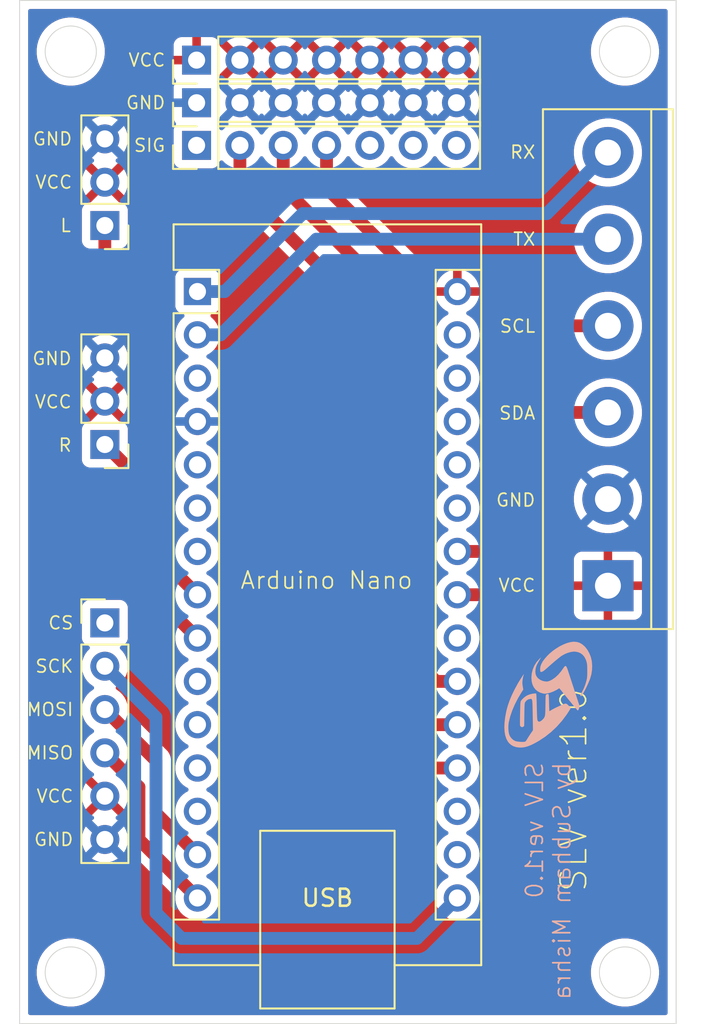
<source format=kicad_pcb>
(kicad_pcb (version 20241229) (generator "pcbnew") (generator_version "9.0")
  (layers (0 "F.Cu" signal) (2 "B.Cu" signal) (13 "F.Paste" user) (15 "B.Paste" user) (5 "F.SilkS" user "F.Silkscreen") (7 "B.SilkS" user "B.Silkscreen") (1 "F.Mask" user) (3 "B.Mask" user) (25 "Edge.Cuts" user))
  (net 0 "")
  (net 2 "CH2")
  (net 3 "MISO")
  (net 5 "ESC R")
  (net 6 "GND")
  (net 9 "SCL")
  (net 15 "SCK")
  (net 20 "ESC L")
  (net 21 "VCC")
  (net 22 "MOSI")
  (net 24 "SDA")
  (net 27 "CH4")
  (net 28 "CH3")
  (net 29 "CS")
  (net 34 "TX")
  (net 35 "RX")
  (footprint "Connector_PinHeader_2.54mm:PinHeader_1x07_P2.54mm_Vertical" (layer "F.Cu") (at 136.38 73 90)
    (property "Reference" "J5" (hide yes))
    (property "Value" "VCC Line")
    (fp_line (start -1.38 -1.38) (end 0 -1.38) (stroke (width 0.12)) (layer "F.SilkS"))
    (fp_line (start -1.38 0) (end -1.38 -1.38) (stroke (width 0.12)) (layer "F.SilkS"))
    (fp_line (start 1.38 1.27) (end 1.38 16.62) (stroke (width 0.12)) (layer "F.SilkS"))
    (fp_line (start -1.38 1.27) (end 1.38 1.27) (stroke (width 0.12)) (layer "F.SilkS"))
    (fp_line (start -1.38 1.27) (end -1.38 16.62) (stroke (width 0.12)) (layer "F.SilkS"))
    (fp_line (start -1.38 16.62) (end 1.38 16.62) (stroke (width 0.12)) (layer "F.SilkS"))
    (pad "1" thru_hole rect (at 0 0 90) (size 1.7 1.7) (drill 1) (layers "*.Cu" "*.Mask") (net 21 "VCC"))
    (pad "2" thru_hole circle (at 0 2.54 90) (size 1.7 1.7) (drill 1) (layers "*.Cu" "*.Mask") (net 21 "VCC"))
    (pad "3" thru_hole circle (at 0 5.08 90) (size 1.7 1.7) (drill 1) (layers "*.Cu" "*.Mask") (net 21 "VCC"))
    (pad "4" thru_hole circle (at 0 7.62 90) (size 1.7 1.7) (drill 1) (layers "*.Cu" "*.Mask") (net 21 "VCC"))
    (pad "5" thru_hole circle (at 0 10.16 90) (size 1.7 1.7) (drill 1) (layers "*.Cu" "*.Mask") (net 21 "VCC"))
    (pad "6" thru_hole circle (at 0 12.7 90) (size 1.7 1.7) (drill 1) (layers "*.Cu" "*.Mask") (net 21 "VCC"))
    (pad "7" thru_hole circle (at 0 15.24 90) (size 1.7 1.7) (drill 1) (layers "*.Cu" "*.Mask") (net 21 "VCC"))
  )
  (footprint "Module:Arduino_Nano" (layer "F.Cu") (at 136.43 86.57)
    (property "Reference" "A1" (hide yes))
    (property "Value" "Arduino_Nano_v3.x")
    (fp_line (start -1.4 -3.94) (end -1.4 -1.27) (stroke (width 0.12)) (layer "F.SilkS"))
    (fp_line (start -1.4 1.27) (end -1.4 39.5) (stroke (width 0.12)) (layer "F.SilkS"))
    (fp_line (start -1.4 39.5) (end 3.68 39.5) (stroke (width 0.12)) (layer "F.SilkS"))
    (fp_line (start 1.27 -1.27) (end -1.4 -1.27) (stroke (width 0.12)) (layer "F.SilkS"))
    (fp_line (start 1.27 1.27) (end -1.4 1.27) (stroke (width 0.12)) (layer "F.SilkS"))
    (fp_line (start 1.27 1.27) (end 1.27 -1.27) (stroke (width 0.12)) (layer "F.SilkS"))
    (fp_line (start 1.27 1.27) (end 1.27 36.83) (stroke (width 0.12)) (layer "F.SilkS"))
    (fp_line (start 1.27 36.83) (end -1.4 36.83) (stroke (width 0.12)) (layer "F.SilkS"))
    (fp_line (start 3.68 31.62) (end 11.56 31.62) (stroke (width 0.12)) (layer "F.SilkS"))
    (fp_line (start 3.68 42.04) (end 3.68 31.62) (stroke (width 0.12)) (layer "F.SilkS"))
    (fp_line (start 11.56 31.62) (end 11.56 42.04) (stroke (width 0.12)) (layer "F.SilkS"))
    (fp_line (start 11.56 42.04) (end 3.68 42.04) (stroke (width 0.12)) (layer "F.SilkS"))
    (fp_line (start 13.97 -1.27) (end 13.97 36.83) (stroke (width 0.12)) (layer "F.SilkS"))
    (fp_line (start 13.97 -1.27) (end 16.64 -1.27) (stroke (width 0.12)) (layer "F.SilkS"))
    (fp_line (start 13.97 36.83) (end 16.64 36.83) (stroke (width 0.12)) (layer "F.SilkS"))
    (fp_line (start 16.64 -3.94) (end -1.4 -3.94) (stroke (width 0.12)) (layer "F.SilkS"))
    (fp_line (start 16.64 39.5) (end 11.56 39.5) (stroke (width 0.12)) (layer "F.SilkS"))
    (fp_line (start 16.64 39.5) (end 16.64 -3.94) (stroke (width 0.12)) (layer "F.SilkS"))
    (fp_text user "USB" (at 7.62 35.56 0) (layer "F.SilkS"))
    (pad "1" thru_hole rect (at 0 0) (size 1.6 1.6) (drill 1) (layers "*.Cu" "*.Mask") (net 35 "RX"))
    (pad "2" thru_hole oval (at 0 2.54) (size 1.6 1.6) (drill 1) (layers "*.Cu" "*.Mask") (net 34 "TX"))
    (pad "3" thru_hole oval (at 0 5.08) (size 1.6 1.6) (drill 1) (layers "*.Cu" "*.Mask"))
    (pad "4" thru_hole oval (at 0 7.62) (size 1.6 1.6) (drill 1) (layers "*.Cu" "*.Mask") (net 6 "GND"))
    (pad "5" thru_hole oval (at 0 10.16) (size 1.6 1.6) (drill 1) (layers "*.Cu" "*.Mask"))
    (pad "6" thru_hole oval (at 0 12.7) (size 1.6 1.6) (drill 1) (layers "*.Cu" "*.Mask"))
    (pad "7" thru_hole oval (at 0 15.24) (size 1.6 1.6) (drill 1) (layers "*.Cu" "*.Mask"))
    (pad "8" thru_hole oval (at 0 17.78) (size 1.6 1.6) (drill 1) (layers "*.Cu" "*.Mask") (net 20 "ESC L"))
    (pad "9" thru_hole oval (at 0 20.32) (size 1.6 1.6) (drill 1) (layers "*.Cu" "*.Mask") (net 5 "ESC R"))
    (pad "10" thru_hole oval (at 0 22.86) (size 1.6 1.6) (drill 1) (layers "*.Cu" "*.Mask"))
    (pad "11" thru_hole oval (at 0 25.4) (size 1.6 1.6) (drill 1) (layers "*.Cu" "*.Mask"))
    (pad "12" thru_hole oval (at 0 27.94) (size 1.6 1.6) (drill 1) (layers "*.Cu" "*.Mask"))
    (pad "13" thru_hole oval (at 0 30.48) (size 1.6 1.6) (drill 1) (layers "*.Cu" "*.Mask"))
    (pad "14" thru_hole oval (at 0 33.02) (size 1.6 1.6) (drill 1) (layers "*.Cu" "*.Mask") (net 22 "MOSI"))
    (pad "15" thru_hole oval (at 0 35.56) (size 1.6 1.6) (drill 1) (layers "*.Cu" "*.Mask") (net 3 "MISO"))
    (pad "16" thru_hole oval (at 15.24 35.56) (size 1.6 1.6) (drill 1) (layers "*.Cu" "*.Mask") (net 15 "SCK"))
    (pad "17" thru_hole oval (at 15.24 33.02) (size 1.6 1.6) (drill 1) (layers "*.Cu" "*.Mask"))
    (pad "18" thru_hole oval (at 15.24 30.48) (size 1.6 1.6) (drill 1) (layers "*.Cu" "*.Mask"))
    (pad "19" thru_hole oval (at 15.24 27.94) (size 1.6 1.6) (drill 1) (layers "*.Cu" "*.Mask") (net 2 "CH2"))
    (pad "20" thru_hole oval (at 15.24 25.4) (size 1.6 1.6) (drill 1) (layers "*.Cu" "*.Mask") (net 28 "CH3"))
    (pad "21" thru_hole oval (at 15.24 22.86) (size 1.6 1.6) (drill 1) (layers "*.Cu" "*.Mask") (net 27 "CH4"))
    (pad "22" thru_hole oval (at 15.24 20.32) (size 1.6 1.6) (drill 1) (layers "*.Cu" "*.Mask"))
    (pad "23" thru_hole oval (at 15.24 17.78) (size 1.6 1.6) (drill 1) (layers "*.Cu" "*.Mask") (net 24 "SDA"))
    (pad "24" thru_hole oval (at 15.24 15.24) (size 1.6 1.6) (drill 1) (layers "*.Cu" "*.Mask") (net 9 "SCL"))
    (pad "25" thru_hole oval (at 15.24 12.7) (size 1.6 1.6) (drill 1) (layers "*.Cu" "*.Mask"))
    (pad "26" thru_hole oval (at 15.24 10.16) (size 1.6 1.6) (drill 1) (layers "*.Cu" "*.Mask"))
    (pad "27" thru_hole oval (at 15.24 7.62) (size 1.6 1.6) (drill 1) (layers "*.Cu" "*.Mask"))
    (pad "28" thru_hole oval (at 15.24 5.08) (size 1.6 1.6) (drill 1) (layers "*.Cu" "*.Mask"))
    (pad "29" thru_hole oval (at 15.24 2.54) (size 1.6 1.6) (drill 1) (layers "*.Cu" "*.Mask"))
    (pad "30" thru_hole oval (at 15.24 0) (size 1.6 1.6) (drill 1) (layers "*.Cu" "*.Mask") (net 21 "VCC"))
  )
  (footprint "Connector_PinHeader_2.54mm:PinHeader_1x06_P2.54mm_Vertical" (layer "F.Cu") (at 131 106)
    (property "Reference" "J2" (hide yes))
    (property "Value" "SD Card Reader")
    (fp_line (start -1.38 -1.38) (end 0 -1.38) (stroke (width 0.12)) (layer "F.SilkS"))
    (fp_line (start -1.38 0) (end -1.38 -1.38) (stroke (width 0.12)) (layer "F.SilkS"))
    (fp_line (start -1.38 1.27) (end -1.38 14.08) (stroke (width 0.12)) (layer "F.SilkS"))
    (fp_line (start -1.38 1.27) (end 1.38 1.27) (stroke (width 0.12)) (layer "F.SilkS"))
    (fp_line (start -1.38 14.08) (end 1.38 14.08) (stroke (width 0.12)) (layer "F.SilkS"))
    (fp_line (start 1.38 1.27) (end 1.38 14.08) (stroke (width 0.12)) (layer "F.SilkS"))
    (pad "1" thru_hole rect (at 0 0) (size 1.7 1.7) (drill 1) (layers "*.Cu" "*.Mask") (net 29 "CS"))
    (pad "2" thru_hole circle (at 0 2.54) (size 1.7 1.7) (drill 1) (layers "*.Cu" "*.Mask") (net 15 "SCK"))
    (pad "3" thru_hole circle (at 0 5.08) (size 1.7 1.7) (drill 1) (layers "*.Cu" "*.Mask") (net 22 "MOSI"))
    (pad "4" thru_hole circle (at 0 7.62) (size 1.7 1.7) (drill 1) (layers "*.Cu" "*.Mask") (net 3 "MISO"))
    (pad "5" thru_hole circle (at 0 10.16) (size 1.7 1.7) (drill 1) (layers "*.Cu" "*.Mask") (net 21 "VCC"))
    (pad "6" thru_hole circle (at 0 12.7) (size 1.7 1.7) (drill 1) (layers "*.Cu" "*.Mask") (net 6 "GND"))
  )
  (footprint "Connector_PinHeader_2.54mm:PinHeader_1x03_P2.54mm_Vertical" (layer "F.Cu") (at 131 95.54 180)
    (property "Reference" "J4" (hide yes))
    (property "Value" "ESC right")
    (fp_line (start 1.38 1.27) (end 1.38 6.46) (stroke (width 0.12)) (layer "F.SilkS"))
    (fp_line (start -1.38 6.46) (end 1.38 6.46) (stroke (width 0.12)) (layer "F.SilkS"))
    (fp_line (start -1.38 1.27) (end 1.38 1.27) (stroke (width 0.12)) (layer "F.SilkS"))
    (fp_line (start -1.38 1.27) (end -1.38 6.46) (stroke (width 0.12)) (layer "F.SilkS"))
    (fp_line (start -1.38 0) (end -1.38 -1.38) (stroke (width 0.12)) (layer "F.SilkS"))
    (fp_line (start -1.38 -1.38) (end 0 -1.38) (stroke (width 0.12)) (layer "F.SilkS"))
    (pad "1" thru_hole rect (at 0 0 180) (size 1.7 1.7) (drill 1) (layers "*.Cu" "*.Mask") (net 5 "ESC R"))
    (pad "2" thru_hole circle (at 0 2.54 180) (size 1.7 1.7) (drill 1) (layers "*.Cu" "*.Mask") (net 21 "VCC"))
    (pad "3" thru_hole circle (at 0 5.08 180) (size 1.7 1.7) (drill 1) (layers "*.Cu" "*.Mask") (net 6 "GND"))
  )
  (footprint "Connector_PinHeader_2.54mm:PinHeader_1x03_P2.54mm_Vertical" (layer "F.Cu") (at 131 82.7 180)
    (property "Reference" "J3" (hide yes))
    (property "Value" "ESC left")
    (fp_line (start 1.38 1.27) (end 1.38 6.46) (stroke (width 0.12)) (layer "F.SilkS"))
    (fp_line (start -1.38 6.46) (end 1.38 6.46) (stroke (width 0.12)) (layer "F.SilkS"))
    (fp_line (start -1.38 1.27) (end 1.38 1.27) (stroke (width 0.12)) (layer "F.SilkS"))
    (fp_line (start -1.38 1.27) (end -1.38 6.46) (stroke (width 0.12)) (layer "F.SilkS"))
    (fp_line (start -1.38 0) (end -1.38 -1.38) (stroke (width 0.12)) (layer "F.SilkS"))
    (fp_line (start -1.38 -1.38) (end 0 -1.38) (stroke (width 0.12)) (layer "F.SilkS"))
    (pad "1" thru_hole rect (at 0 0 180) (size 1.7 1.7) (drill 1) (layers "*.Cu" "*.Mask") (net 20 "ESC L"))
    (pad "2" thru_hole circle (at 0 2.54 180) (size 1.7 1.7) (drill 1) (layers "*.Cu" "*.Mask") (net 21 "VCC"))
    (pad "3" thru_hole circle (at 0 5.08 180) (size 1.7 1.7) (drill 1) (layers "*.Cu" "*.Mask") (net 6 "GND"))
  )
  (footprint "Connector_PinHeader_2.54mm:PinHeader_1x07_P2.54mm_Vertical" (layer "F.Cu") (at 136.38 78 90)
    (property "Reference" "J7" (hide yes))
    (property "Value" "SIG Line")
    (fp_line (start -1.38 -1.38) (end 0 -1.38) (stroke (width 0.12)) (layer "F.SilkS"))
    (fp_line (start -1.38 0) (end -1.38 -1.38) (stroke (width 0.12)) (layer "F.SilkS"))
    (fp_line (start 1.38 1.27) (end 1.38 16.62) (stroke (width 0.12)) (layer "F.SilkS"))
    (fp_line (start -1.38 1.27) (end 1.38 1.27) (stroke (width 0.12)) (layer "F.SilkS"))
    (fp_line (start -1.38 1.27) (end -1.38 16.62) (stroke (width 0.12)) (layer "F.SilkS"))
    (fp_line (start -1.38 16.62) (end 1.38 16.62) (stroke (width 0.12)) (layer "F.SilkS"))
    (pad "1" thru_hole rect (at 0 0 90) (size 1.7 1.7) (drill 1) (layers "*.Cu" "*.Mask"))
    (pad "2" thru_hole circle (at 0 2.54 90) (size 1.7 1.7) (drill 1) (layers "*.Cu" "*.Mask") (net 2 "CH2"))
    (pad "3" thru_hole circle (at 0 5.08 90) (size 1.7 1.7) (drill 1) (layers "*.Cu" "*.Mask") (net 28 "CH3"))
    (pad "4" thru_hole circle (at 0 7.62 90) (size 1.7 1.7) (drill 1) (layers "*.Cu" "*.Mask") (net 27 "CH4"))
    (pad "5" thru_hole circle (at 0 10.16 90) (size 1.7 1.7) (drill 1) (layers "*.Cu" "*.Mask"))
    (pad "6" thru_hole circle (at 0 12.7 90) (size 1.7 1.7) (drill 1) (layers "*.Cu" "*.Mask"))
    (pad "7" thru_hole circle (at 0 15.24 90) (size 1.7 1.7) (drill 1) (layers "*.Cu" "*.Mask"))
  )
  (footprint "Connector_PinHeader_2.54mm:PinHeader_1x07_P2.54mm_Vertical" (layer "F.Cu") (at 136.38 75.5 90)
    (property "Reference" "J6" (hide yes))
    (property "Value" "GND Line")
    (fp_line (start -1.38 -1.38) (end 0 -1.38) (stroke (width 0.12)) (layer "F.SilkS"))
    (fp_line (start -1.38 0) (end -1.38 -1.38) (stroke (width 0.12)) (layer "F.SilkS"))
    (fp_line (start 1.38 1.27) (end 1.38 16.62) (stroke (width 0.12)) (layer "F.SilkS"))
    (fp_line (start -1.38 1.27) (end 1.38 1.27) (stroke (width 0.12)) (layer "F.SilkS"))
    (fp_line (start -1.38 1.27) (end -1.38 16.62) (stroke (width 0.12)) (layer "F.SilkS"))
    (fp_line (start -1.38 16.62) (end 1.38 16.62) (stroke (width 0.12)) (layer "F.SilkS"))
    (pad "1" thru_hole rect (at 0 0 90) (size 1.7 1.7) (drill 1) (layers "*.Cu" "*.Mask") (net 6 "GND"))
    (pad "2" thru_hole circle (at 0 2.54 90) (size 1.7 1.7) (drill 1) (layers "*.Cu" "*.Mask") (net 6 "GND"))
    (pad "3" thru_hole circle (at 0 5.08 90) (size 1.7 1.7) (drill 1) (layers "*.Cu" "*.Mask") (net 6 "GND"))
    (pad "4" thru_hole circle (at 0 7.62 90) (size 1.7 1.7) (drill 1) (layers "*.Cu" "*.Mask") (net 6 "GND"))
    (pad "5" thru_hole circle (at 0 10.16 90) (size 1.7 1.7) (drill 1) (layers "*.Cu" "*.Mask") (net 6 "GND"))
    (pad "6" thru_hole circle (at 0 12.7 90) (size 1.7 1.7) (drill 1) (layers "*.Cu" "*.Mask") (net 6 "GND"))
    (pad "7" thru_hole circle (at 0 15.24 90) (size 1.7 1.7) (drill 1) (layers "*.Cu" "*.Mask") (net 6 "GND"))
  )
  (footprint "TerminalBlock:TerminalBlock_bornier-6_P5.08mm" (layer "F.Cu") (at 160.5 103.82 90)
    (property "Reference" "J1" (hide yes))
    (property "Value" "GPS and Compass")
    (fp_line (start -2.54 -3.81) (end 27.94 -3.81) (stroke (width 0.12)) (layer "F.SilkS"))
    (fp_line (start -2.54 -3.81) (end -2.54 3.81) (stroke (width 0.12)) (layer "F.SilkS"))
    (fp_line (start -2.54 2.54) (end 27.94 2.54) (stroke (width 0.12)) (layer "F.SilkS"))
    (fp_line (start 27.94 3.81) (end 27.94 -3.81) (stroke (width 0.12)) (layer "F.SilkS"))
    (fp_line (start -2.54 3.81) (end 27.94 3.81) (stroke (width 0.12)) (layer "F.SilkS"))
    (pad "1" thru_hole rect (at 0 0 90) (size 3 3) (drill 1.52) (layers "*.Cu" "*.Mask") (net 21 "VCC"))
    (pad "2" thru_hole circle (at 5.08 0 90) (size 3 3) (drill 1.52) (layers "*.Cu" "*.Mask") (net 6 "GND"))
    (pad "3" thru_hole circle (at 10.16 0 90) (size 3 3) (drill 1.52) (layers "*.Cu" "*.Mask") (net 24 "SDA"))
    (pad "4" thru_hole circle (at 15.24 0 90) (size 3 3) (drill 1.52) (layers "*.Cu" "*.Mask") (net 9 "SCL"))
    (pad "5" thru_hole circle (at 20.32 0 90) (size 3 3) (drill 1.52) (layers "*.Cu" "*.Mask") (net 34 "TX"))
    (pad "6" thru_hole circle (at 25.4 0 90) (size 3 3) (drill 1.52) (layers "*.Cu" "*.Mask") (net 35 "RX"))
  )
  (footprint "RS Branding:RS Logo (10mm)" (layer "B.Cu") (at 157 110.2 -90)
    (property "Reference" "G***" (hide yes))
    (property "Value" "LOGO" (hide yes))
    (fp_poly (pts (xy -1.456886 0.476004) (xy -1.387084 0.471222) (xy -1.347829 0.462874) (xy -1.329666 0.447433) (xy -1.323787 0.426354) (xy -1.326009 0.38344) (xy -1.345983 0.33193) (xy -1.386549 0.267416) (xy -1.450546 0.185489) (xy -1.540813 0.081737) (xy -1.557949 0.062745) (xy -1.669902 -0.062373) (xy -1.783914 -0.192553) (xy -1.895791 -0.322769) (xy -2.001335 -0.447995) (xy -2.096351 -0.563207) (xy -2.176642 -0.66338) (xy -2.238012 -0.743488) (xy -2.27359 -0.794261) (xy -2.367727 -0.962968) (xy -2.441249 -1.139409) (xy -2.491307 -1.314429) (xy -2.515053 -1.478875) (xy -2.515338 -1.571093) (xy -2.486583 -1.740549) (xy -2.423559 -1.890205) (xy -2.32755 -2.018589) (xy -2.199842 -2.124231) (xy -2.041718 -2.205657) (xy -1.928283 -2.243526) (xy -1.86519 -2.259468) (xy -1.803592 -2.271111) (xy -1.735401 -2.279127) (xy -1.65253 -2.284186) (xy -1.546892 -2.28696) (xy -1.4104 -2.28812) (xy -1.39 -2.288187) (xy -1.249943 -2.288046) (xy -1.141204 -2.286241) (xy -1.055114 -2.282069) (xy -0.983002 -2.274826) (xy -0.916199 -2.263809) (xy -0.846034 -2.248314) (xy -0.82 -2.241933) (xy -0.576536 -2.170993) (xy -0.354913 -2.083349) (xy -0.1518 -1.980035) (xy -0.074505 -1.937984) (xy -0.00868 -1.904646) (xy 0.037005 -1.884276) (xy 0.052019 -1.88) (xy 0.085692 -1.892547) (xy 0.09049 -1.922771) (xy 0.065288 -1.959539) (xy 0.060459 -1.963649) (xy -0.012844 -2.015203) (xy -0.116564 -2.077262) (xy -0.243645 -2.146338) (xy -0.387031 -2.218943) (xy -0.539667 -2.291587) (xy -0.694498 -2.360783) (xy -0.844467 -2.423042) (xy -0.95 -2.463263) (xy -1.180365 -2.528834) (xy -1.429322 -2.566968) (xy -1.685497 -2.57672) (xy -1.937513 -2.557146) (xy -1.987526 -2.549443) (xy -2.202251 -2.496977) (xy -2.411538 -2.414726) (xy -2.605654 -2.307491) (xy -2.774868 -2.180071) (xy -2.818195 -2.139732) (xy -2.943191 -1.996704) (xy -3.030048 -1.848274) (xy -3.080622 -1.689827) (xy -3.096768 -1.516747) (xy -3.094626 -1.451827) (xy -3.068193 -1.273805) (xy -3.011958 -1.07941) (xy -2.929228 -0.874713) (xy -2.823311 -0.665785) (xy -2.697514 -0.458696) (xy -2.555147 -0.259517) (xy -2.399516 -0.07432) (xy -2.274591 0.053165) (xy -2.100579 0.206659) (xy -1.938887 0.324394) (xy -1.786904 0.407722) (xy -1.642018 0.457992) (xy -1.501617 0.476555)) (fill yes) (layer "B.SilkS"))
    (fp_poly (pts (xy -0.78034 0.973276) (xy -0.593475 0.927654) (xy -0.430941 0.852277) (xy -0.294276 0.748269) (xy -0.185016 0.616753) (xy -0.104696 0.458854) (xy -0.061076 0.308403) (xy -0.049249 0.239079) (xy -0.046561 0.177944) (xy -0.053498 0.109274) (xy -0.069964 0.020177) (xy -0.114945 -0.143756) (xy -0.182442 -0.316901) (xy -0.265207 -0.481748) (xy -0.305202 -0.548091) (xy -0.368139 -0.646183) (xy -0.295351 -0.708091) (xy -0.263307 -0.734729) (xy -0.20417 -0.783268) (xy -0.121943 -0.850447) (xy -0.020627 -0.933007) (xy 0.095775 -1.027685) (xy 0.223261 -1.13122) (xy 0.357395 -1.24) (xy 0.488488 -1.346762) (xy 0.609282 -1.446147) (xy 0.716342 -1.535251) (xy 0.806233 -1.611171) (xy 0.87552 -1.671004) (xy 0.920768 -1.711847) (xy 0.938543 -1.730796) (xy 0.938676 -1.731295) (xy 0.922165 -1.755183) (xy 0.877614 -1.781385) (xy 0.816489 -1.805944) (xy 0.750256 -1.824907) (xy 0.690382 -1.834317) (xy 0.65 -1.830868) (xy 0.626571 -1.823031) (xy 0.56941 -1.804178) (xy 0.48281 -1.775714) (xy 0.37106 -1.739041) (xy 0.238454 -1.695566) (xy 0.089281 -1.646691) (xy -0.072167 -1.593821) (xy -0.241598 -1.53836) (xy -0.414721 -1.481713) (xy -0.587245 -1.425284) (xy -0.754879 -1.370477) (xy -0.91333 -1.318696) (xy -1.058308 -1.271345) (xy -1.185522 -1.229829) (xy -1.29068 -1.195553) (xy -1.36949 -1.169919) (xy -1.405999 -1.158091) (xy -1.528237 -1.115465) (xy -1.612723 -1.077499) (xy -1.661079 -1.041817) (xy -1.67493 -1.006043) (xy -1.655897 -0.967802) (xy -1.605607 -0.924719) (xy -1.578124 -0.906254) (xy -1.354104 -0.74807) (xy -1.161412 -0.58197) (xy -1.002334 -0.410358) (xy -0.879157 -0.235637) (xy -0.809092 -0.09784) (xy -0.778593 -0.017273) (xy -0.764328 0.049108) (xy -0.762783 0.121904) (xy -0.765127 0.159943) (xy -0.796516 0.322163) (xy -0.863221 0.473112) (xy -0.961298 0.6039) (xy -0.962668 0.60533) (xy -1.070649 0.689863) (xy -1.199077 0.740189) (xy -1.347564 0.756243) (xy -1.515722 0.737964) (xy -1.620866 0.711971) (xy -1.666802 0.69701) (xy -1.715847 0.677217) (xy -1.77379 0.649611) (xy -1.84642 0.611215) (xy -1.939525 0.55905) (xy -2.058895 0.490138) (xy -2.11 0.460313) (xy -2.19 0.413533) (xy -2.08 0.528099) (xy -1.901715 0.685416) (xy -1.700291 0.812065) (xy -1.480498 0.906032) (xy -1.247105 0.965307) (xy -1.00488 0.987875) (xy -0.99 0.988019)) (fill yes) (layer "B.SilkS"))
    (fp_poly (pts (xy 2.17683 2.559926) (xy 2.399164 2.521267) (xy 2.592672 2.458197) (xy 2.756223 2.370825) (xy 2.856025 2.291782) (xy 2.95991 2.173937) (xy 3.034433 2.039472) (xy 3.083714 1.880428) (xy 3.092914 1.833992) (xy 3.111004 1.678374) (xy 3.108315 1.52231) (xy 3.083549 1.361371) (xy 3.035408 1.191124) (xy 2.962594 1.00714) (xy 2.863809 0.804985) (xy 2.737755 0.580231) (xy 2.713846 0.54) (xy 2.471184 0.173035) (xy 2.194911 -0.174388) (xy 1.887686 -0.499596) (xy 1.552166 -0.799919) (xy 1.191011 -1.072683) (xy 0.957279 -1.225617) (xy 0.887188 -1.267634) (xy 0.829147 -1.300028) (xy 0.792031 -1.317949) (xy 0.784572 -1.32) (xy 0.762877 -1.306258) (xy 0.721627 -1.269472) (xy 0.668057 -1.216301) (xy 0.640728 -1.187595) (xy 0.590186 -1.133531) (xy 0.555358 -1.091193) (xy 0.536128 -1.052954) (xy 0.53238 -1.011187) (xy 0.543998 -0.958265) (xy 0.570866 -0.886561) (xy 0.612868 -0.788449) (xy 0.633925 -0.74) (xy 0.710492 -0.568662) (xy 0.783578 -0.4153) (xy 0.850296 -0.285656) (xy 0.907761 -0.185472) (xy 0.929063 -0.152655) (xy 0.958605 -0.105634) (xy 0.973672 -0.073866) (xy 0.973868 -0.067201) (xy 0.952415 -0.064434) (xy 0.896698 -0.061108) (xy 0.812443 -0.057457) (xy 0.705377 -0.053714) (xy 0.581229 -0.050111) (xy 0.507879 -0.048276) (xy 0.345161 -0.044366) (xy 0.218161 -0.040789) (xy 0.122609 -0.036879) (xy 0.054234 -0.03197) (xy 0.008767 -0.025393) (xy -0.018063 -0.016484) (xy -0.030524 -0.004575) (xy -0.032887 0.011) (xy -0.029422 0.030907) (xy -0.02841 0.035449) (xy -0.021612 0.069824) (xy -0.015342 0.09707) (xy -0.005288 0.11806) (xy 0.01286 0.13367) (xy 0.043416 0.144775) (xy 0.09069 0.152251) (xy 0.158994 0.156972) (xy 0.25264 0.159815) (xy 0.37594 0.161653) (xy 0.533204 0.163363) (xy 0.605859 0.164199) (xy 0.792723 0.166711) (xy 0.944479 0.169965) (xy 1.066019 0.174978) (xy 1.162234 0.182768) (xy 1.238016 0.194351) (xy 1.298257 0.210747) (xy 1.347847 0.232971) (xy 1.391679 0.262042) (xy 1.434644 0.298977) (xy 1.481634 0.344793) (xy 1.483626 0.346785) (xy 1.554326 0.430526) (xy 1.589159 0.503344) (xy 1.588119 0.563525) (xy 1.551201 0.609355) (xy 1.484659 0.637595) (xy 1.446143 0.642765) (xy 1.373301 0.648219) (xy 1.271804 0.6537) (xy 1.147324 0.658948) (xy 1.00553 0.663706) (xy 0.852095 0.667713) (xy 0.8 0.668824) (xy 0.640864 0.672332) (xy 0.488718 0.676256) (xy 0.349824 0.680392) (xy 0.230446 0.684535) (xy 0.136848 0.68848) (xy 0.075293 0.692021) (xy 0.065 0.69288) (xy -0.06 0.70466) (xy -0.06 0.810224) (xy -0.049586 0.91561) (xy -0.021451 1.037986) (xy 0.019746 1.161186) (xy 0.069343 1.269049) (xy 0.075357 1.279708) (xy 0.13117 1.362186) (xy 0.203033 1.44892) (xy 0.279994 1.527974) (xy 0.3511 1.587411) (xy 0.36787 1.598544) (xy 0.387675 1.609036) (xy 0.412494 1.617636) (xy 0.446672 1.624655) (xy 0.494551 1.630405) (xy 0.560477 1.635198) (xy 0.648791 1.639346) (xy 0.763839 1.64316) (xy 0.909965 1.646953) (xy 1.091511 1.651036) (xy 1.10222 1.651266) (xy 1.26439 1.654358) (xy 1.415476 1.65648) (xy 1.550391 1.657618) (xy 1.664047 1.657759) (xy 1.751356 1.656891) (xy 1.807231 1.655) (xy 1.824688 1.653121) (xy 1.87305 1.622307) (xy 1.900422 1.578981) (xy 1.914992 1.531265) (xy 1.906294 1.494306) (xy 1.885822 1.463727) (xy 1.845736 1.41) (xy 1.177868 1.4) (xy 0.996381 1.397189) (xy 0.850457 1.39455) (xy 0.735661 1.391762) (xy 0.64756 1.388502) (xy 0.581719 1.384446) (xy 0.533704 1.379273) (xy 0.499081 1.37266) (xy 0.473415 1.364283) (xy 0.452272 1.35382) (xy 0.439705 1.346277) (xy 0.348606 1.269527) (xy 0.288066 1.174478) (xy 0.264552 1.086545) (xy 0.260058 1.04972) (xy 0.257782 1.018985) (xy 0.260987 0.99373) (xy 0.272934 0.973347) (xy 0.296883 0.957227) (xy 0.336097 0.94476) (xy 0.393837 0.935337) (xy 0.473363 0.928348) (xy 0.577938 0.923186) (xy 0.710823 0.919239) (xy 0.875278 0.9159) (xy 1.074566 0.912558) (xy 1.207627 0.910375) (xy 2.093695 0.895623) (xy 2.281847 1.024878) (xy 2.376504 1.088512) (xy 2.477571 1.154196) (xy 2.569975 1.212228) (xy 2.614461 1.239026) (xy 2.687487 1.283812) (xy 2.732635 1.317998) (xy 2.757642 1.349195) (xy 2.770244 1.385012) (xy 2.772077 1.394041) (xy 2.778948 1.470489) (xy 2.778083 1.57199) (xy 2.770621 1.684595) (xy 2.757701 1.794355) (xy 2.740463 1.88732) (xy 2.728311 1.929831) (xy 2.673049 2.035047) (xy 2.588036 2.134995) (xy 2.483268 2.219925) (xy 2.36938 2.279844) (xy 2.259936 2.310164) (xy 2.123449 2.329875) (xy 1.971576 2.338484) (xy 1.815974 2.335498) (xy 1.6683 2.320424) (xy 1.617743 2.311632) (xy 1.283661 2.228985) (xy 0.937938 2.111201) (xy 0.584561 1.959963) (xy 0.227518 1.776953) (xy -0.080529 1.594747) (xy -0.291057 1.462392) (xy -0.480529 1.494476) (xy -0.586244 1.510193) (xy -0.67268 1.516382) (xy -0.759293 1.513498) (xy -0.855753 1.503234) (xy -0.947427 1.489433) (xy -1.032503 1.472638) (xy -1.097097 1.45573) (xy -1.113824 1.449692) (xy -1.161479 1.432256) (xy -1.190745 1.42619) (xy -1.193774 1.427107) (xy -1.18131 1.440459) (xy -1.14064 1.470634) (xy -1.077778 1.513741) (xy -0.998737 1.565891) (xy -0.909531 1.623192) (xy -0.816172 1.681754) (xy -0.724675 1.737687) (xy -0.641053 1.787098) (xy -0.61 1.804816) (xy -0.272154 1.986636) (xy 0.045203 2.13965) (xy 0.347061 2.265885) (xy 0.638408 2.367372) (xy 0.924236 2.446137) (xy 1.021859 2.468277) (xy 1.348184 2.52835) (xy 1.650209 2.563576) (xy 1.926801 2.574065)) (fill yes) (layer "B.SilkS"))
  )
  (gr_rect (start 126 69.5) (end 164.5 129.5) (stroke (width 0.05)) (fill no) (layer "Edge.Cuts"))
  (gr_circle (center 161.5 72.5) (end 163 72.5) (stroke (width 0.05)) (fill no) (layer "Edge.Cuts"))
  (gr_circle (center 129 72.5) (end 130.5 72.5) (stroke (width 0.05)) (fill no) (layer "Edge.Cuts"))
  (gr_circle (center 129 126.5) (end 130.5 126.5) (stroke (width 0.05)) (fill no) (layer "Edge.Cuts"))
  (gr_circle (center 161.5 126.5) (end 163 126.5) (stroke (width 0.05)) (fill no) (layer "Edge.Cuts"))
  (gr_text "SLV ver1.0" (at 158.5 115.8 90) (layer "F.SilkS") (effects (font (size 1.5 1.5) (thickness 0.1))))
  (gr_text "GND" (at 128 118.7 0) (layer "F.SilkS") (effects (font (size 0.75 0.75) (thickness 0.1))))
  (gr_text "GND" (at 134.6 75.5 0) (layer "F.SilkS") (effects (font (size 0.75 0.75) (thickness 0.1)) (justify right)))
  (gr_text "MOSI" (at 127.785714 111.08 0) (layer "F.SilkS") (effects (font (size 0.75 0.75) (thickness 0.1))))
  (gr_text "GND" (at 156.3 98.8 0) (layer "F.SilkS") (effects (font (size 0.75 0.75) (thickness 0.1)) (justify right)))
  (gr_text "R" (at 128.667857 95.58 0) (layer "F.SilkS") (effects (font (size 0.75 0.75) (thickness 0.1))))
  (gr_text "MISO" (at 127.785714 113.62 0) (layer "F.SilkS") (effects (font (size 0.75 0.75) (thickness 0.1))))
  (gr_text "GND" (at 127.932143 77.62 0) (layer "F.SilkS") (effects (font (size 0.75 0.75) (thickness 0.1))))
  (gr_text "VCC" (at 156.3 103.8 0) (layer "F.SilkS") (effects (font (size 0.75 0.75) (thickness 0.1)) (justify right)))
  (gr_text "VCC" (at 127.971428 93.04 0) (layer "F.SilkS") (effects (font (size 0.75 0.75) (thickness 0.1))))
  (gr_text "VCC" (at 134.6 73 0) (layer "F.SilkS") (effects (font (size 0.75 0.75) (thickness 0.1)) (justify right)))
  (gr_text "RX" (at 156.3 78.4 0) (layer "F.SilkS") (effects (font (size 0.75 0.75) (thickness 0.1)) (justify right)))
  (gr_text "CS" (at 129.217857 106 0) (layer "F.SilkS") (effects (font (size 0.75 0.75) (thickness 0.1)) (justify right)))
  (gr_text "SCK" (at 128.035714 108.54 0) (layer "F.SilkS") (effects (font (size 0.75 0.75) (thickness 0.1))))
  (gr_text "TX" (at 156.3 83.5 0) (layer "F.SilkS") (effects (font (size 0.75 0.75) (thickness 0.1)) (justify right)))
  (gr_text "Arduino Nano" (at 144 103.5 0) (layer "F.SilkS") (effects (font (size 1 1) (thickness 0.1))))
  (gr_text "SIG" (at 134.6 78 0) (layer "F.SilkS") (effects (font (size 0.75 0.75) (thickness 0.1)) (justify right)))
  (gr_text "SDA" (at 156.3 93.7 0) (layer "F.SilkS") (effects (font (size 0.75 0.75) (thickness 0.1)) (justify right)))
  (gr_text "VCC" (at 128.071428 116.16 0) (layer "F.SilkS") (effects (font (size 0.75 0.75) (thickness 0.1))))
  (gr_text "VCC" (at 128.003571 80.16 0) (layer "F.SilkS") (effects (font (size 0.75 0.75) (thickness 0.1))))
  (gr_text "L" (at 128.7 82.7 0) (layer "F.SilkS") (effects (font (size 0.75 0.75) (thickness 0.1))))
  (gr_text "SCL" (at 156.3 88.6 0) (layer "F.SilkS") (effects (font (size 0.75 0.75) (thickness 0.1)) (justify right)))
  (gr_text "GND" (at 127.9 90.5 0) (layer "F.SilkS") (effects (font (size 0.75 0.75) (thickness 0.1))))
  (gr_text "SLV ver1.0\nby Subham Mishra" (at 157 114.1 90) (layer "B.SilkS") (effects (font (size 1 1) (thickness 0.1)) (justify left mirror)))
  (segment (start 146 87.5) (end 146 110.5) (width 0.75) (layer "F.Cu") (net 2))
  (segment (start 138.92 80.42) (end 146 87.5) (width 0.75) (layer "F.Cu") (net 2))
  (segment (start 150.01 114.51) (end 151.67 114.51) (width 0.75) (layer "F.Cu") (net 2))
  (segment (start 146 110.5) (end 150.01 114.51) (width 0.75) (layer "F.Cu") (net 2))
  (segment (start 138.92 78) (end 138.92 80.42) (width 0.75) (layer "F.Cu") (net 2))
  (segment (start 131 113.62) (end 133 115.62) (width 0.75) (layer "F.Cu") (net 3))
  (segment (start 133 115.62) (end 133 118.7) (width 0.75) (layer "F.Cu") (net 3))
  (segment (start 133 118.7) (end 136.43 122.13) (width 0.75) (layer "F.Cu") (net 3))
  (segment (start 136.42 122.12) (end 136.43 122.13) (width 0.75) (layer "B.Cu") (net 3))
  (segment (start 132.5 102.96) (end 136.43 106.89) (width 0.75) (layer "F.Cu") (net 5))
  (segment (start 131 95.54) (end 132.5 97.04) (width 0.75) (layer "F.Cu") (net 5))
  (segment (start 132.5 97.04) (end 132.5 102.96) (width 0.75) (layer "F.Cu") (net 5))
  (segment (start 155.5 91) (end 157.92 88.58) (width 0.75) (layer "F.Cu") (net 9))
  (segment (start 155.5 99.5) (end 155.5 91) (width 0.75) (layer "F.Cu") (net 9))
  (segment (start 151.67 101.81) (end 153.19 101.81) (width 0.75) (layer "F.Cu") (net 9))
  (segment (start 153.19 101.81) (end 155.5 99.5) (width 0.75) (layer "F.Cu") (net 9))
  (segment (start 157.92 88.58) (end 160.5 88.58) (width 0.75) (layer "F.Cu") (net 9))
  (segment (start 131 108.54) (end 134 111.54) (width 0.75) (layer "B.Cu") (net 15))
  (segment (start 134 111.54) (end 134 123) (width 0.75) (layer "B.Cu") (net 15))
  (segment (start 135.5 124.5) (end 149.3 124.5) (width 0.75) (layer "B.Cu") (net 15))
  (segment (start 149.3 124.5) (end 151.67 122.13) (width 0.75) (layer "B.Cu") (net 15))
  (segment (start 134 123) (end 135.5 124.5) (width 0.75) (layer "B.Cu") (net 15))
  (segment (start 131 85) (end 134 88) (width 0.75) (layer "F.Cu") (net 20))
  (segment (start 134 88) (end 134 101.92) (width 0.75) (layer "F.Cu") (net 20))
  (segment (start 131 82.7) (end 131 85) (width 0.75) (layer "F.Cu") (net 20))
  (segment (start 134 101.92) (end 136.43 104.35) (width 0.75) (layer "F.Cu") (net 20))
  (segment (start 131 111.08) (end 134 114.08) (width 0.75) (layer "F.Cu") (net 22))
  (segment (start 134 117.16) (end 136.43 119.59) (width 0.75) (layer "F.Cu") (net 22))
  (segment (start 134 114.08) (end 134 117.16) (width 0.75) (layer "F.Cu") (net 22))
  (segment (start 136.42 119.58) (end 136.43 119.59) (width 0.75) (layer "B.Cu") (net 22))
  (segment (start 158.34 93.66) (end 160.5 93.66) (width 0.75) (layer "F.Cu") (net 24))
  (segment (start 157 95) (end 158.34 93.66) (width 0.75) (layer "F.Cu") (net 24))
  (segment (start 157 100.575685) (end 157 95) (width 0.75) (layer "F.Cu") (net 24))
  (segment (start 153.225685 104.35) (end 157 100.575685) (width 0.75) (layer "F.Cu") (net 24))
  (segment (start 151.67 104.35) (end 153.225685 104.35) (width 0.75) (layer "F.Cu") (net 24))
  (segment (start 149 85.5) (end 149 108) (width 0.75) (layer "F.Cu") (net 27))
  (segment (start 144 80.5) (end 149 85.5) (width 0.75) (layer "F.Cu") (net 27))
  (segment (start 150.43 109.43) (end 151.67 109.43) (width 0.75) (layer "F.Cu") (net 27))
  (segment (start 144 78) (end 144 80.5) (width 0.75) (layer "F.Cu") (net 27))
  (segment (start 149 108) (end 150.43 109.43) (width 0.75) (layer "F.Cu") (net 27))
  (segment (start 141.46 78) (end 141.46 80.46) (width 0.75) (layer "F.Cu") (net 28))
  (segment (start 150.254314 111.97) (end 151.67 111.97) (width 0.75) (layer "F.Cu") (net 28))
  (segment (start 141.46 80.46) (end 147.5 86.5) (width 0.75) (layer "F.Cu") (net 28))
  (segment (start 147.5 109.215686) (end 150.254314 111.97) (width 0.75) (layer "F.Cu") (net 28))
  (segment (start 147.5 86.5) (end 147.5 109.215686) (width 0.75) (layer "F.Cu") (net 28))
  (segment (start 136.43 89.11) (end 137.79 89.11) (width 0.75) (layer "B.Cu") (net 34))
  (segment (start 137.79 89.11) (end 143.4 83.5) (width 0.75) (layer "B.Cu") (net 34))
  (segment (start 143.4 83.5) (end 160.5 83.5) (width 0.75) (layer "B.Cu") (net 34))
  (segment (start 136.43 86.57) (end 138.03 86.57) (width 0.75) (layer "B.Cu") (net 35))
  (segment (start 138.03 86.57) (end 142.6 82) (width 0.75) (layer "B.Cu") (net 35))
  (segment (start 142.6 82) (end 156.92 82) (width 0.75) (layer "B.Cu") (net 35))
  (segment (start 156.92 82) (end 160.5 78.42) (width 0.75) (layer "B.Cu") (net 35))
  (zone (net 21) (net_name "VCC") (layer "F.Cu") (connect_pads (clearance 0.5)) (min_thickness 0.25) (fill yes (thermal_gap 0.5) (thermal_bridge_width 0.5))
    (polygon (pts (xy 126 69.5) (xy 164.5 69.5) (xy 164.5 129.5) (xy 126 129.5)))
  )
  (zone (net 6) (net_name "GND") (layer "B.Cu") (priority 1) (connect_pads (clearance 0.5)) (min_thickness 0.25) (fill yes (thermal_gap 0.5) (thermal_bridge_width 0.5))
    (polygon (pts (xy 126 69.5) (xy 164.5 69.5) (xy 164.5 129.5) (xy 126 129.5)))
  )
)
</source>
